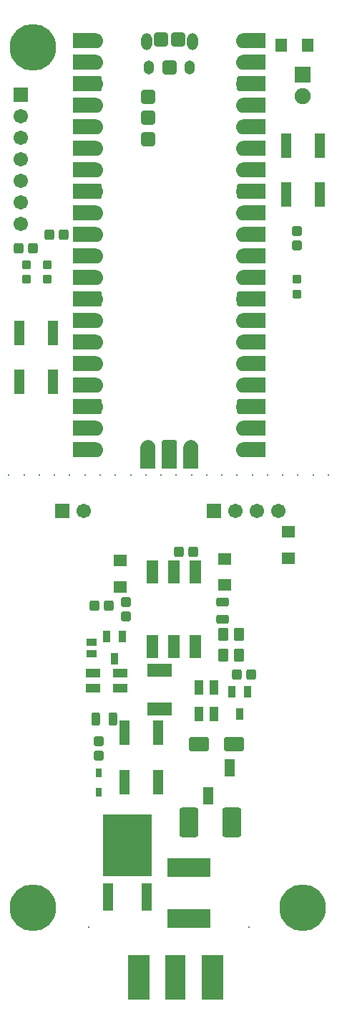
<source format=gts>
G04*
G04 #@! TF.GenerationSoftware,Altium Limited,Altium Designer,21.9.2 (33)*
G04*
G04 Layer_Color=8388736*
%FSLAX25Y25*%
%MOIN*%
G70*
G04*
G04 #@! TF.SameCoordinates,39B9B14E-A64B-4F8B-B52F-0CE4EF318544*
G04*
G04*
G04 #@! TF.FilePolarity,Negative*
G04*
G01*
G75*
%ADD49R,0.05328X0.05918*%
%ADD50O,0.04934X0.06509*%
%ADD51O,0.05131X0.07887*%
G04:AMPARAMS|DCode=52|XSize=67.06mil|YSize=67.06mil|CornerRadius=15.81mil|HoleSize=0mil|Usage=FLASHONLY|Rotation=0.000|XOffset=0mil|YOffset=0mil|HoleType=Round|Shape=RoundedRectangle|*
%AMROUNDEDRECTD52*
21,1,0.06706,0.03543,0,0,0.0*
21,1,0.03543,0.06706,0,0,0.0*
1,1,0.03162,0.01772,-0.01772*
1,1,0.03162,-0.01772,-0.01772*
1,1,0.03162,-0.01772,0.01772*
1,1,0.03162,0.01772,0.01772*
%
%ADD52ROUNDEDRECTD52*%
%ADD53R,0.09816X0.20800*%
%ADD54R,0.10308X0.20800*%
G04:AMPARAMS|DCode=55|XSize=94.61mil|YSize=67.06mil|CornerRadius=11.38mil|HoleSize=0mil|Usage=FLASHONLY|Rotation=0.000|XOffset=0mil|YOffset=0mil|HoleType=Round|Shape=RoundedRectangle|*
%AMROUNDEDRECTD55*
21,1,0.09461,0.04429,0,0,0.0*
21,1,0.07185,0.06706,0,0,0.0*
1,1,0.02276,0.03593,-0.02215*
1,1,0.02276,-0.03593,-0.02215*
1,1,0.02276,-0.03593,0.02215*
1,1,0.02276,0.03593,0.02215*
%
%ADD55ROUNDEDRECTD55*%
%ADD56R,0.04737X0.11824*%
G04:AMPARAMS|DCode=57|XSize=47.37mil|YSize=43.43mil|CornerRadius=8.43mil|HoleSize=0mil|Usage=FLASHONLY|Rotation=90.000|XOffset=0mil|YOffset=0mil|HoleType=Round|Shape=RoundedRectangle|*
%AMROUNDEDRECTD57*
21,1,0.04737,0.02657,0,0,90.0*
21,1,0.03051,0.04343,0,0,90.0*
1,1,0.01686,0.01329,0.01526*
1,1,0.01686,0.01329,-0.01526*
1,1,0.01686,-0.01329,-0.01526*
1,1,0.01686,-0.01329,0.01526*
%
%ADD57ROUNDEDRECTD57*%
G04:AMPARAMS|DCode=58|XSize=39.5mil|YSize=39.5mil|CornerRadius=7.94mil|HoleSize=0mil|Usage=FLASHONLY|Rotation=270.000|XOffset=0mil|YOffset=0mil|HoleType=Round|Shape=RoundedRectangle|*
%AMROUNDEDRECTD58*
21,1,0.03950,0.02362,0,0,270.0*
21,1,0.02362,0.03950,0,0,270.0*
1,1,0.01587,-0.01181,-0.01181*
1,1,0.01587,-0.01181,0.01181*
1,1,0.01587,0.01181,0.01181*
1,1,0.01587,0.01181,-0.01181*
%
%ADD58ROUNDEDRECTD58*%
G04:AMPARAMS|DCode=59|XSize=47.37mil|YSize=43.43mil|CornerRadius=8.43mil|HoleSize=0mil|Usage=FLASHONLY|Rotation=180.000|XOffset=0mil|YOffset=0mil|HoleType=Round|Shape=RoundedRectangle|*
%AMROUNDEDRECTD59*
21,1,0.04737,0.02657,0,0,180.0*
21,1,0.03051,0.04343,0,0,180.0*
1,1,0.01686,-0.01526,0.01329*
1,1,0.01686,0.01526,0.01329*
1,1,0.01686,0.01526,-0.01329*
1,1,0.01686,-0.01526,-0.01329*
%
%ADD59ROUNDEDRECTD59*%
%ADD60R,0.11233X0.05918*%
%ADD61R,0.05918X0.05328*%
G04:AMPARAMS|DCode=62|XSize=59.18mil|YSize=39.5mil|CornerRadius=7.94mil|HoleSize=0mil|Usage=FLASHONLY|Rotation=90.000|XOffset=0mil|YOffset=0mil|HoleType=Round|Shape=RoundedRectangle|*
%AMROUNDEDRECTD62*
21,1,0.05918,0.02362,0,0,90.0*
21,1,0.04331,0.03950,0,0,90.0*
1,1,0.01587,0.01181,0.02165*
1,1,0.01587,0.01181,-0.02165*
1,1,0.01587,-0.01181,-0.02165*
1,1,0.01587,-0.01181,0.02165*
%
%ADD62ROUNDEDRECTD62*%
%ADD63R,0.06706X0.03950*%
%ADD64R,0.03950X0.06706*%
G04:AMPARAMS|DCode=65|XSize=63.12mil|YSize=47.37mil|CornerRadius=8.92mil|HoleSize=0mil|Usage=FLASHONLY|Rotation=90.000|XOffset=0mil|YOffset=0mil|HoleType=Round|Shape=RoundedRectangle|*
%AMROUNDEDRECTD65*
21,1,0.06312,0.02953,0,0,90.0*
21,1,0.04528,0.04737,0,0,90.0*
1,1,0.01784,0.01476,0.02264*
1,1,0.01784,0.01476,-0.02264*
1,1,0.01784,-0.01476,-0.02264*
1,1,0.01784,-0.01476,0.02264*
%
%ADD65ROUNDEDRECTD65*%
%ADD66R,0.20485X0.08674*%
%ADD67R,0.04816X0.08280*%
%ADD68R,0.22650X0.29147*%
%ADD69R,0.04540X0.12611*%
%ADD70R,0.02572X0.04147*%
G04:AMPARAMS|DCode=71|XSize=139.89mil|YSize=88.71mil|CornerRadius=14.09mil|HoleSize=0mil|Usage=FLASHONLY|Rotation=90.000|XOffset=0mil|YOffset=0mil|HoleType=Round|Shape=RoundedRectangle|*
%AMROUNDEDRECTD71*
21,1,0.13989,0.06053,0,0,90.0*
21,1,0.11171,0.08871,0,0,90.0*
1,1,0.02818,0.03027,0.05586*
1,1,0.02818,0.03027,-0.05586*
1,1,0.02818,-0.03027,-0.05586*
1,1,0.02818,-0.03027,0.05586*
%
%ADD71ROUNDEDRECTD71*%
%ADD72R,0.04540X0.03753*%
%ADD73R,0.03359X0.05524*%
G04:AMPARAMS|DCode=74|XSize=59.18mil|YSize=39.5mil|CornerRadius=7.94mil|HoleSize=0mil|Usage=FLASHONLY|Rotation=0.000|XOffset=0mil|YOffset=0mil|HoleType=Round|Shape=RoundedRectangle|*
%AMROUNDEDRECTD74*
21,1,0.05918,0.02362,0,0,0.0*
21,1,0.04331,0.03950,0,0,0.0*
1,1,0.01587,0.02165,-0.01181*
1,1,0.01587,-0.02165,-0.01181*
1,1,0.01587,-0.02165,0.01181*
1,1,0.01587,0.02165,0.01181*
%
%ADD74ROUNDEDRECTD74*%
%ADD75R,0.05800X0.10800*%
%ADD76O,0.08300X0.06800*%
%ADD77C,0.02200*%
%ADD78C,0.21666*%
%ADD79C,0.00800*%
%ADD80R,0.06706X0.06706*%
%ADD81C,0.06706*%
%ADD82R,0.06706X0.06706*%
%ADD83C,0.07493*%
%ADD84R,0.07493X0.07493*%
G36*
X415693Y446642D02*
X405850D01*
X405665Y446647D01*
X405480Y446661D01*
X405296Y446685D01*
X405114Y446719D01*
X404933Y446763D01*
X404755Y446815D01*
X404581Y446877D01*
X404409Y446948D01*
X404242Y447028D01*
X404079Y447116D01*
X403921Y447213D01*
X403768Y447318D01*
X403620Y447431D01*
X403479Y447552D01*
X403345Y447680D01*
X403217Y447814D01*
X403097Y447955D01*
X402984Y448102D01*
X402879Y448255D01*
X402782Y448413D01*
X402693Y448576D01*
X402613Y448744D01*
X402542Y448915D01*
X402481Y449090D01*
X402428Y449268D01*
X402385Y449448D01*
X402351Y449631D01*
X402326Y449815D01*
X402312Y450000D01*
X402307Y450185D01*
X402312Y450371D01*
X402326Y450555D01*
X402351Y450739D01*
X402385Y450922D01*
X402428Y451102D01*
X402481Y451280D01*
X402542Y451455D01*
X402613Y451626D01*
X402693Y451794D01*
X402782Y451957D01*
X402879Y452115D01*
X402984Y452268D01*
X403097Y452415D01*
X403217Y452556D01*
X403345Y452691D01*
X403479Y452818D01*
X403620Y452939D01*
X403768Y453052D01*
X403921Y453157D01*
X404079Y453254D01*
X404242Y453342D01*
X404409Y453422D01*
X404581Y453493D01*
X404755Y453555D01*
X404933Y453608D01*
X405114Y453651D01*
X405296Y453685D01*
X405480Y453709D01*
X405665Y453723D01*
X405850Y453728D01*
X415693D01*
Y446642D01*
D02*
G37*
G36*
X336036Y453723D02*
X336221Y453709D01*
X336405Y453685D01*
X336587Y453651D01*
X336768Y453608D01*
X336945Y453555D01*
X337120Y453493D01*
X337292Y453422D01*
X337459Y453342D01*
X337622Y453254D01*
X337780Y453157D01*
X337933Y453052D01*
X338080Y452939D01*
X338221Y452818D01*
X338356Y452691D01*
X338484Y452556D01*
X338604Y452415D01*
X338717Y452268D01*
X338822Y452115D01*
X338919Y451957D01*
X339007Y451794D01*
X339087Y451626D01*
X339158Y451455D01*
X339220Y451280D01*
X339273Y451102D01*
X339316Y450922D01*
X339350Y450739D01*
X339374Y450555D01*
X339389Y450371D01*
X339394Y450185D01*
X339389Y450000D01*
X339374Y449815D01*
X339350Y449631D01*
X339316Y449448D01*
X339273Y449268D01*
X339220Y449090D01*
X339158Y448915D01*
X339087Y448744D01*
X339007Y448576D01*
X338919Y448413D01*
X338822Y448255D01*
X338717Y448102D01*
X338604Y447955D01*
X338484Y447814D01*
X338356Y447680D01*
X338221Y447552D01*
X338080Y447431D01*
X337933Y447318D01*
X337780Y447213D01*
X337622Y447116D01*
X337459Y447028D01*
X337292Y446948D01*
X337120Y446877D01*
X336945Y446815D01*
X336768Y446763D01*
X336587Y446719D01*
X336405Y446685D01*
X336221Y446661D01*
X336036Y446647D01*
X335850Y446642D01*
X326008D01*
Y453728D01*
X335850D01*
X336036Y453723D01*
D02*
G37*
G36*
X415693Y436642D02*
X403488D01*
X403426Y436643D01*
X403365Y436648D01*
X403303Y436656D01*
X403243Y436667D01*
X403183Y436682D01*
X403123Y436699D01*
X403065Y436720D01*
X403008Y436744D01*
X402952Y436770D01*
X402898Y436800D01*
X402845Y436832D01*
X402794Y436867D01*
X402745Y436905D01*
X402698Y436945D01*
X402653Y436988D01*
X402610Y437033D01*
X402570Y437079D01*
X402533Y437129D01*
X402498Y437180D01*
X402465Y437232D01*
X402436Y437287D01*
X402409Y437342D01*
X402386Y437400D01*
X402365Y437458D01*
X402347Y437517D01*
X402333Y437577D01*
X402322Y437638D01*
X402314Y437699D01*
X402309Y437761D01*
X402307Y437823D01*
Y442547D01*
X402309Y442609D01*
X402314Y442671D01*
X402322Y442732D01*
X402333Y442793D01*
X402347Y442853D01*
X402365Y442912D01*
X402386Y442971D01*
X402409Y443028D01*
X402436Y443083D01*
X402465Y443138D01*
X402498Y443190D01*
X402533Y443242D01*
X402570Y443291D01*
X402610Y443338D01*
X402653Y443382D01*
X402698Y443425D01*
X402745Y443465D01*
X402794Y443503D01*
X402845Y443538D01*
X402898Y443570D01*
X402952Y443600D01*
X403008Y443626D01*
X403065Y443650D01*
X403123Y443671D01*
X403183Y443688D01*
X403243Y443703D01*
X403303Y443714D01*
X403365Y443722D01*
X403426Y443727D01*
X403488Y443728D01*
X415693D01*
Y436642D01*
D02*
G37*
G36*
X338274Y443727D02*
X338336Y443722D01*
X338397Y443714D01*
X338458Y443703D01*
X338518Y443688D01*
X338578Y443671D01*
X338636Y443650D01*
X338693Y443626D01*
X338749Y443600D01*
X338803Y443570D01*
X338856Y443538D01*
X338907Y443503D01*
X338956Y443465D01*
X339003Y443425D01*
X339048Y443382D01*
X339090Y443338D01*
X339130Y443291D01*
X339168Y443242D01*
X339203Y443190D01*
X339235Y443138D01*
X339265Y443083D01*
X339292Y443028D01*
X339315Y442971D01*
X339336Y442912D01*
X339353Y442853D01*
X339368Y442793D01*
X339379Y442732D01*
X339387Y442671D01*
X339392Y442609D01*
X339394Y442547D01*
Y437823D01*
X339392Y437761D01*
X339387Y437699D01*
X339379Y437638D01*
X339368Y437577D01*
X339353Y437517D01*
X339336Y437458D01*
X339315Y437400D01*
X339292Y437342D01*
X339265Y437287D01*
X339235Y437232D01*
X339203Y437180D01*
X339168Y437129D01*
X339130Y437079D01*
X339090Y437033D01*
X339048Y436988D01*
X339003Y436945D01*
X338956Y436905D01*
X338907Y436867D01*
X338856Y436832D01*
X338803Y436800D01*
X338749Y436770D01*
X338693Y436744D01*
X338636Y436720D01*
X338578Y436699D01*
X338518Y436682D01*
X338458Y436667D01*
X338397Y436656D01*
X338336Y436648D01*
X338274Y436643D01*
X338213Y436642D01*
X326008D01*
Y443728D01*
X338213D01*
X338274Y443727D01*
D02*
G37*
G36*
X415693Y426642D02*
X405850D01*
X405665Y426647D01*
X405480Y426661D01*
X405296Y426685D01*
X405114Y426719D01*
X404933Y426762D01*
X404755Y426815D01*
X404581Y426877D01*
X404409Y426948D01*
X404242Y427028D01*
X404079Y427116D01*
X403921Y427213D01*
X403768Y427318D01*
X403620Y427431D01*
X403479Y427552D01*
X403345Y427679D01*
X403217Y427814D01*
X403097Y427955D01*
X402984Y428102D01*
X402879Y428255D01*
X402782Y428413D01*
X402693Y428576D01*
X402613Y428744D01*
X402542Y428915D01*
X402481Y429090D01*
X402428Y429268D01*
X402385Y429448D01*
X402351Y429631D01*
X402326Y429815D01*
X402312Y430000D01*
X402307Y430185D01*
X402312Y430371D01*
X402326Y430555D01*
X402351Y430739D01*
X402385Y430922D01*
X402428Y431102D01*
X402481Y431280D01*
X402542Y431455D01*
X402613Y431626D01*
X402693Y431794D01*
X402782Y431957D01*
X402879Y432115D01*
X402984Y432268D01*
X403097Y432415D01*
X403217Y432556D01*
X403345Y432690D01*
X403479Y432818D01*
X403620Y432939D01*
X403768Y433052D01*
X403921Y433157D01*
X404079Y433254D01*
X404242Y433342D01*
X404409Y433422D01*
X404581Y433493D01*
X404755Y433555D01*
X404933Y433608D01*
X405114Y433651D01*
X405296Y433685D01*
X405480Y433709D01*
X405665Y433723D01*
X405850Y433728D01*
X415693D01*
Y426642D01*
D02*
G37*
G36*
X336036Y433723D02*
X336221Y433709D01*
X336405Y433685D01*
X336587Y433651D01*
X336768Y433608D01*
X336945Y433555D01*
X337120Y433493D01*
X337292Y433422D01*
X337459Y433342D01*
X337622Y433254D01*
X337780Y433157D01*
X337933Y433052D01*
X338080Y432939D01*
X338221Y432818D01*
X338356Y432690D01*
X338484Y432556D01*
X338604Y432415D01*
X338717Y432268D01*
X338822Y432115D01*
X338919Y431957D01*
X339007Y431794D01*
X339087Y431626D01*
X339158Y431455D01*
X339220Y431280D01*
X339273Y431102D01*
X339316Y430922D01*
X339350Y430739D01*
X339374Y430555D01*
X339389Y430371D01*
X339394Y430185D01*
X339389Y430000D01*
X339374Y429815D01*
X339350Y429631D01*
X339316Y429448D01*
X339273Y429268D01*
X339220Y429090D01*
X339158Y428915D01*
X339087Y428744D01*
X339007Y428576D01*
X338919Y428413D01*
X338822Y428255D01*
X338717Y428102D01*
X338604Y427955D01*
X338484Y427814D01*
X338356Y427679D01*
X338221Y427552D01*
X338080Y427431D01*
X337933Y427318D01*
X337780Y427213D01*
X337622Y427116D01*
X337459Y427028D01*
X337292Y426948D01*
X337120Y426877D01*
X336945Y426815D01*
X336768Y426762D01*
X336587Y426719D01*
X336405Y426685D01*
X336221Y426661D01*
X336036Y426647D01*
X335850Y426642D01*
X326008D01*
Y433728D01*
X335850D01*
X336036Y433723D01*
D02*
G37*
G36*
X415693Y416642D02*
X405850D01*
X405665Y416647D01*
X405480Y416661D01*
X405296Y416685D01*
X405114Y416719D01*
X404933Y416762D01*
X404755Y416815D01*
X404581Y416877D01*
X404409Y416948D01*
X404242Y417028D01*
X404079Y417116D01*
X403921Y417213D01*
X403768Y417318D01*
X403620Y417431D01*
X403479Y417552D01*
X403345Y417680D01*
X403217Y417814D01*
X403097Y417955D01*
X402984Y418102D01*
X402879Y418255D01*
X402782Y418413D01*
X402693Y418576D01*
X402613Y418744D01*
X402542Y418915D01*
X402481Y419090D01*
X402428Y419268D01*
X402385Y419448D01*
X402351Y419631D01*
X402326Y419815D01*
X402312Y420000D01*
X402307Y420185D01*
X402312Y420370D01*
X402326Y420555D01*
X402351Y420739D01*
X402385Y420922D01*
X402428Y421102D01*
X402481Y421280D01*
X402542Y421455D01*
X402613Y421626D01*
X402693Y421794D01*
X402782Y421957D01*
X402879Y422115D01*
X402984Y422268D01*
X403097Y422415D01*
X403217Y422556D01*
X403345Y422690D01*
X403479Y422818D01*
X403620Y422939D01*
X403768Y423052D01*
X403921Y423157D01*
X404079Y423254D01*
X404242Y423342D01*
X404409Y423422D01*
X404581Y423493D01*
X404755Y423555D01*
X404933Y423608D01*
X405114Y423651D01*
X405296Y423685D01*
X405480Y423709D01*
X405665Y423724D01*
X405850Y423728D01*
X415693D01*
Y416642D01*
D02*
G37*
G36*
X336036Y423724D02*
X336221Y423709D01*
X336405Y423685D01*
X336587Y423651D01*
X336768Y423608D01*
X336945Y423555D01*
X337120Y423493D01*
X337292Y423422D01*
X337459Y423342D01*
X337622Y423254D01*
X337780Y423157D01*
X337933Y423052D01*
X338080Y422939D01*
X338221Y422818D01*
X338356Y422690D01*
X338484Y422556D01*
X338604Y422415D01*
X338717Y422268D01*
X338822Y422115D01*
X338919Y421957D01*
X339007Y421794D01*
X339087Y421626D01*
X339158Y421455D01*
X339220Y421280D01*
X339273Y421102D01*
X339316Y420922D01*
X339350Y420739D01*
X339374Y420555D01*
X339389Y420370D01*
X339394Y420185D01*
X339389Y420000D01*
X339374Y419815D01*
X339350Y419631D01*
X339316Y419448D01*
X339273Y419268D01*
X339220Y419090D01*
X339158Y418915D01*
X339087Y418744D01*
X339007Y418576D01*
X338919Y418413D01*
X338822Y418255D01*
X338717Y418102D01*
X338604Y417955D01*
X338484Y417814D01*
X338356Y417680D01*
X338221Y417552D01*
X338080Y417431D01*
X337933Y417318D01*
X337780Y417213D01*
X337622Y417116D01*
X337459Y417028D01*
X337292Y416948D01*
X337120Y416877D01*
X336945Y416815D01*
X336768Y416762D01*
X336587Y416719D01*
X336405Y416685D01*
X336221Y416661D01*
X336036Y416647D01*
X335850Y416642D01*
X326008D01*
Y423728D01*
X335850D01*
X336036Y423724D01*
D02*
G37*
G36*
X415693Y406642D02*
X405850D01*
X405665Y406647D01*
X405480Y406661D01*
X405296Y406685D01*
X405114Y406719D01*
X404933Y406763D01*
X404755Y406815D01*
X404581Y406877D01*
X404409Y406948D01*
X404242Y407028D01*
X404079Y407116D01*
X403921Y407213D01*
X403768Y407318D01*
X403620Y407431D01*
X403479Y407552D01*
X403345Y407680D01*
X403217Y407814D01*
X403097Y407955D01*
X402984Y408102D01*
X402879Y408255D01*
X402782Y408413D01*
X402693Y408576D01*
X402613Y408744D01*
X402542Y408915D01*
X402481Y409090D01*
X402428Y409268D01*
X402385Y409448D01*
X402351Y409631D01*
X402326Y409815D01*
X402312Y410000D01*
X402307Y410185D01*
X402312Y410370D01*
X402326Y410555D01*
X402351Y410739D01*
X402385Y410922D01*
X402428Y411102D01*
X402481Y411280D01*
X402542Y411455D01*
X402613Y411626D01*
X402693Y411794D01*
X402782Y411957D01*
X402879Y412115D01*
X402984Y412268D01*
X403097Y412415D01*
X403217Y412556D01*
X403345Y412690D01*
X403479Y412818D01*
X403620Y412939D01*
X403768Y413052D01*
X403921Y413157D01*
X404079Y413254D01*
X404242Y413342D01*
X404409Y413422D01*
X404581Y413493D01*
X404755Y413555D01*
X404933Y413608D01*
X405114Y413651D01*
X405296Y413685D01*
X405480Y413709D01*
X405665Y413724D01*
X405850Y413728D01*
X415693D01*
Y406642D01*
D02*
G37*
G36*
X336036Y413724D02*
X336221Y413709D01*
X336405Y413685D01*
X336587Y413651D01*
X336768Y413608D01*
X336945Y413555D01*
X337120Y413493D01*
X337292Y413422D01*
X337459Y413342D01*
X337622Y413254D01*
X337780Y413157D01*
X337933Y413052D01*
X338080Y412939D01*
X338221Y412818D01*
X338356Y412690D01*
X338484Y412556D01*
X338604Y412415D01*
X338717Y412268D01*
X338822Y412115D01*
X338919Y411957D01*
X339007Y411794D01*
X339087Y411626D01*
X339158Y411455D01*
X339220Y411280D01*
X339273Y411102D01*
X339316Y410922D01*
X339350Y410739D01*
X339374Y410555D01*
X339389Y410370D01*
X339394Y410185D01*
X339389Y410000D01*
X339374Y409815D01*
X339350Y409631D01*
X339316Y409448D01*
X339273Y409268D01*
X339220Y409090D01*
X339158Y408915D01*
X339087Y408744D01*
X339007Y408576D01*
X338919Y408413D01*
X338822Y408255D01*
X338717Y408102D01*
X338604Y407955D01*
X338484Y407814D01*
X338356Y407680D01*
X338221Y407552D01*
X338080Y407431D01*
X337933Y407318D01*
X337780Y407213D01*
X337622Y407116D01*
X337459Y407028D01*
X337292Y406948D01*
X337120Y406877D01*
X336945Y406815D01*
X336768Y406763D01*
X336587Y406719D01*
X336405Y406685D01*
X336221Y406661D01*
X336036Y406647D01*
X335850Y406642D01*
X326008D01*
Y413728D01*
X335850D01*
X336036Y413724D01*
D02*
G37*
G36*
X415693Y396642D02*
X405850D01*
X405665Y396647D01*
X405480Y396661D01*
X405296Y396685D01*
X405114Y396719D01*
X404933Y396762D01*
X404755Y396815D01*
X404581Y396877D01*
X404409Y396948D01*
X404242Y397028D01*
X404079Y397116D01*
X403921Y397213D01*
X403768Y397318D01*
X403620Y397431D01*
X403479Y397552D01*
X403345Y397679D01*
X403217Y397814D01*
X403097Y397955D01*
X402984Y398102D01*
X402879Y398255D01*
X402782Y398413D01*
X402693Y398576D01*
X402613Y398744D01*
X402542Y398915D01*
X402481Y399090D01*
X402428Y399268D01*
X402385Y399448D01*
X402351Y399631D01*
X402326Y399815D01*
X402312Y400000D01*
X402307Y400185D01*
X402312Y400371D01*
X402326Y400555D01*
X402351Y400739D01*
X402385Y400922D01*
X402428Y401102D01*
X402481Y401280D01*
X402542Y401455D01*
X402613Y401626D01*
X402693Y401794D01*
X402782Y401957D01*
X402879Y402115D01*
X402984Y402268D01*
X403097Y402415D01*
X403217Y402556D01*
X403345Y402691D01*
X403479Y402818D01*
X403620Y402939D01*
X403768Y403052D01*
X403921Y403157D01*
X404079Y403254D01*
X404242Y403342D01*
X404409Y403422D01*
X404581Y403493D01*
X404755Y403555D01*
X404933Y403608D01*
X405114Y403651D01*
X405296Y403685D01*
X405480Y403709D01*
X405665Y403723D01*
X405850Y403728D01*
X415693D01*
Y396642D01*
D02*
G37*
G36*
X336036Y403723D02*
X336221Y403709D01*
X336405Y403685D01*
X336587Y403651D01*
X336768Y403608D01*
X336945Y403555D01*
X337120Y403493D01*
X337292Y403422D01*
X337459Y403342D01*
X337622Y403254D01*
X337780Y403157D01*
X337933Y403052D01*
X338080Y402939D01*
X338221Y402818D01*
X338356Y402691D01*
X338484Y402556D01*
X338604Y402415D01*
X338717Y402268D01*
X338822Y402115D01*
X338919Y401957D01*
X339007Y401794D01*
X339087Y401626D01*
X339158Y401455D01*
X339220Y401280D01*
X339273Y401102D01*
X339316Y400922D01*
X339350Y400739D01*
X339374Y400555D01*
X339389Y400371D01*
X339394Y400185D01*
X339389Y400000D01*
X339374Y399815D01*
X339350Y399631D01*
X339316Y399448D01*
X339273Y399268D01*
X339220Y399090D01*
X339158Y398915D01*
X339087Y398744D01*
X339007Y398576D01*
X338919Y398413D01*
X338822Y398255D01*
X338717Y398102D01*
X338604Y397955D01*
X338484Y397814D01*
X338356Y397679D01*
X338221Y397552D01*
X338080Y397431D01*
X337933Y397318D01*
X337780Y397213D01*
X337622Y397116D01*
X337459Y397028D01*
X337292Y396948D01*
X337120Y396877D01*
X336945Y396815D01*
X336768Y396762D01*
X336587Y396719D01*
X336405Y396685D01*
X336221Y396661D01*
X336036Y396647D01*
X335850Y396642D01*
X326008D01*
Y403728D01*
X335850D01*
X336036Y403723D01*
D02*
G37*
G36*
X415693Y386642D02*
X403488D01*
X403426Y386643D01*
X403365Y386648D01*
X403303Y386656D01*
X403243Y386667D01*
X403183Y386682D01*
X403123Y386700D01*
X403065Y386720D01*
X403008Y386744D01*
X402952Y386771D01*
X402898Y386800D01*
X402845Y386832D01*
X402794Y386867D01*
X402745Y386905D01*
X402698Y386945D01*
X402653Y386988D01*
X402610Y387033D01*
X402570Y387080D01*
X402533Y387129D01*
X402498Y387180D01*
X402465Y387232D01*
X402436Y387287D01*
X402409Y387342D01*
X402386Y387400D01*
X402365Y387458D01*
X402347Y387517D01*
X402333Y387577D01*
X402322Y387638D01*
X402314Y387699D01*
X402309Y387761D01*
X402307Y387823D01*
Y392547D01*
X402309Y392609D01*
X402314Y392671D01*
X402322Y392732D01*
X402333Y392793D01*
X402347Y392853D01*
X402365Y392912D01*
X402386Y392970D01*
X402409Y393028D01*
X402436Y393083D01*
X402465Y393138D01*
X402498Y393191D01*
X402533Y393242D01*
X402570Y393290D01*
X402610Y393338D01*
X402653Y393382D01*
X402698Y393425D01*
X402745Y393465D01*
X402794Y393503D01*
X402845Y393538D01*
X402898Y393570D01*
X402952Y393600D01*
X403008Y393626D01*
X403065Y393650D01*
X403123Y393671D01*
X403183Y393688D01*
X403243Y393703D01*
X403303Y393714D01*
X403365Y393722D01*
X403426Y393727D01*
X403488Y393728D01*
X415693D01*
Y386642D01*
D02*
G37*
G36*
X338274Y393727D02*
X338336Y393722D01*
X338397Y393714D01*
X338458Y393703D01*
X338518Y393688D01*
X338578Y393671D01*
X338636Y393650D01*
X338693Y393626D01*
X338749Y393600D01*
X338803Y393570D01*
X338856Y393538D01*
X338907Y393503D01*
X338956Y393465D01*
X339003Y393425D01*
X339048Y393382D01*
X339090Y393338D01*
X339130Y393290D01*
X339168Y393242D01*
X339203Y393191D01*
X339235Y393138D01*
X339265Y393083D01*
X339292Y393028D01*
X339315Y392970D01*
X339336Y392912D01*
X339353Y392853D01*
X339368Y392793D01*
X339379Y392732D01*
X339387Y392671D01*
X339392Y392609D01*
X339394Y392547D01*
Y387823D01*
X339392Y387761D01*
X339387Y387699D01*
X339379Y387638D01*
X339368Y387577D01*
X339353Y387517D01*
X339336Y387458D01*
X339315Y387400D01*
X339292Y387342D01*
X339265Y387287D01*
X339235Y387232D01*
X339203Y387180D01*
X339168Y387129D01*
X339130Y387080D01*
X339090Y387033D01*
X339048Y386988D01*
X339003Y386945D01*
X338956Y386905D01*
X338907Y386867D01*
X338856Y386832D01*
X338803Y386800D01*
X338749Y386771D01*
X338693Y386744D01*
X338636Y386720D01*
X338578Y386700D01*
X338518Y386682D01*
X338458Y386667D01*
X338397Y386656D01*
X338336Y386648D01*
X338274Y386643D01*
X338213Y386642D01*
X326008D01*
Y393728D01*
X338213D01*
X338274Y393727D01*
D02*
G37*
G36*
X415693Y376642D02*
X405850D01*
X405665Y376647D01*
X405480Y376661D01*
X405296Y376685D01*
X405114Y376719D01*
X404933Y376763D01*
X404755Y376815D01*
X404581Y376877D01*
X404409Y376948D01*
X404242Y377028D01*
X404079Y377116D01*
X403921Y377213D01*
X403768Y377318D01*
X403620Y377431D01*
X403479Y377552D01*
X403345Y377679D01*
X403217Y377814D01*
X403097Y377955D01*
X402984Y378102D01*
X402879Y378255D01*
X402782Y378413D01*
X402693Y378576D01*
X402613Y378744D01*
X402542Y378915D01*
X402481Y379090D01*
X402428Y379268D01*
X402385Y379448D01*
X402351Y379631D01*
X402326Y379815D01*
X402312Y380000D01*
X402307Y380185D01*
X402312Y380370D01*
X402326Y380555D01*
X402351Y380739D01*
X402385Y380922D01*
X402428Y381102D01*
X402481Y381280D01*
X402542Y381455D01*
X402613Y381626D01*
X402693Y381794D01*
X402782Y381957D01*
X402879Y382115D01*
X402984Y382268D01*
X403097Y382415D01*
X403217Y382556D01*
X403345Y382691D01*
X403479Y382818D01*
X403620Y382939D01*
X403768Y383052D01*
X403921Y383157D01*
X404079Y383254D01*
X404242Y383342D01*
X404409Y383422D01*
X404581Y383493D01*
X404755Y383555D01*
X404933Y383608D01*
X405114Y383651D01*
X405296Y383685D01*
X405480Y383709D01*
X405665Y383723D01*
X405850Y383728D01*
X415693D01*
Y376642D01*
D02*
G37*
G36*
X336036Y383723D02*
X336221Y383709D01*
X336405Y383685D01*
X336587Y383651D01*
X336768Y383608D01*
X336945Y383555D01*
X337120Y383493D01*
X337292Y383422D01*
X337459Y383342D01*
X337622Y383254D01*
X337780Y383157D01*
X337933Y383052D01*
X338080Y382939D01*
X338221Y382818D01*
X338356Y382691D01*
X338484Y382556D01*
X338604Y382415D01*
X338717Y382268D01*
X338822Y382115D01*
X338919Y381957D01*
X339007Y381794D01*
X339087Y381626D01*
X339158Y381455D01*
X339220Y381280D01*
X339273Y381102D01*
X339316Y380922D01*
X339350Y380739D01*
X339374Y380555D01*
X339389Y380370D01*
X339394Y380185D01*
X339389Y380000D01*
X339374Y379815D01*
X339350Y379631D01*
X339316Y379448D01*
X339273Y379268D01*
X339220Y379090D01*
X339158Y378915D01*
X339087Y378744D01*
X339007Y378576D01*
X338919Y378413D01*
X338822Y378255D01*
X338717Y378102D01*
X338604Y377955D01*
X338484Y377814D01*
X338356Y377679D01*
X338221Y377552D01*
X338080Y377431D01*
X337933Y377318D01*
X337780Y377213D01*
X337622Y377116D01*
X337459Y377028D01*
X337292Y376948D01*
X337120Y376877D01*
X336945Y376815D01*
X336768Y376763D01*
X336587Y376719D01*
X336405Y376685D01*
X336221Y376661D01*
X336036Y376647D01*
X335850Y376642D01*
X326008D01*
Y383728D01*
X335850D01*
X336036Y383723D01*
D02*
G37*
G36*
X415693Y366642D02*
X405850D01*
X405665Y366647D01*
X405480Y366661D01*
X405296Y366685D01*
X405114Y366719D01*
X404933Y366762D01*
X404755Y366815D01*
X404581Y366877D01*
X404409Y366948D01*
X404242Y367028D01*
X404079Y367116D01*
X403921Y367213D01*
X403768Y367318D01*
X403620Y367431D01*
X403479Y367552D01*
X403345Y367680D01*
X403217Y367814D01*
X403097Y367955D01*
X402984Y368102D01*
X402879Y368255D01*
X402782Y368413D01*
X402693Y368576D01*
X402613Y368744D01*
X402542Y368915D01*
X402481Y369090D01*
X402428Y369268D01*
X402385Y369448D01*
X402351Y369631D01*
X402326Y369815D01*
X402312Y370000D01*
X402307Y370185D01*
X402312Y370371D01*
X402326Y370555D01*
X402351Y370739D01*
X402385Y370922D01*
X402428Y371102D01*
X402481Y371280D01*
X402542Y371455D01*
X402613Y371626D01*
X402693Y371794D01*
X402782Y371957D01*
X402879Y372115D01*
X402984Y372268D01*
X403097Y372415D01*
X403217Y372556D01*
X403345Y372691D01*
X403479Y372818D01*
X403620Y372939D01*
X403768Y373052D01*
X403921Y373157D01*
X404079Y373254D01*
X404242Y373342D01*
X404409Y373422D01*
X404581Y373493D01*
X404755Y373555D01*
X404933Y373608D01*
X405114Y373651D01*
X405296Y373685D01*
X405480Y373709D01*
X405665Y373724D01*
X405850Y373728D01*
X415693D01*
Y366642D01*
D02*
G37*
G36*
X336036Y373724D02*
X336221Y373709D01*
X336405Y373685D01*
X336587Y373651D01*
X336768Y373608D01*
X336945Y373555D01*
X337120Y373493D01*
X337292Y373422D01*
X337459Y373342D01*
X337622Y373254D01*
X337780Y373157D01*
X337933Y373052D01*
X338080Y372939D01*
X338221Y372818D01*
X338356Y372691D01*
X338484Y372556D01*
X338604Y372415D01*
X338717Y372268D01*
X338822Y372115D01*
X338919Y371957D01*
X339007Y371794D01*
X339087Y371626D01*
X339158Y371455D01*
X339220Y371280D01*
X339273Y371102D01*
X339316Y370922D01*
X339350Y370739D01*
X339374Y370555D01*
X339389Y370371D01*
X339394Y370185D01*
X339389Y370000D01*
X339374Y369815D01*
X339350Y369631D01*
X339316Y369448D01*
X339273Y369268D01*
X339220Y369090D01*
X339158Y368915D01*
X339087Y368744D01*
X339007Y368576D01*
X338919Y368413D01*
X338822Y368255D01*
X338717Y368102D01*
X338604Y367955D01*
X338484Y367814D01*
X338356Y367680D01*
X338221Y367552D01*
X338080Y367431D01*
X337933Y367318D01*
X337780Y367213D01*
X337622Y367116D01*
X337459Y367028D01*
X337292Y366948D01*
X337120Y366877D01*
X336945Y366815D01*
X336768Y366762D01*
X336587Y366719D01*
X336405Y366685D01*
X336221Y366661D01*
X336036Y366647D01*
X335850Y366642D01*
X326008D01*
Y373728D01*
X335850D01*
X336036Y373724D01*
D02*
G37*
G36*
X381036Y374629D02*
X381221Y374614D01*
X381405Y374590D01*
X381587Y374556D01*
X381768Y374513D01*
X381945Y374460D01*
X382120Y374398D01*
X382292Y374327D01*
X382459Y374248D01*
X382622Y374159D01*
X382780Y374062D01*
X382933Y373957D01*
X383080Y373844D01*
X383221Y373724D01*
X383356Y373596D01*
X383484Y373462D01*
X383604Y373320D01*
X383717Y373173D01*
X383822Y373020D01*
X383919Y372862D01*
X384008Y372699D01*
X384087Y372532D01*
X384158Y372360D01*
X384220Y372185D01*
X384273Y372008D01*
X384316Y371827D01*
X384350Y371645D01*
X384374Y371461D01*
X384389Y371276D01*
X384394Y371091D01*
Y361248D01*
X377307D01*
Y371091D01*
X377312Y371276D01*
X377326Y371461D01*
X377351Y371645D01*
X377384Y371827D01*
X377428Y372008D01*
X377481Y372185D01*
X377542Y372360D01*
X377613Y372532D01*
X377693Y372699D01*
X377782Y372862D01*
X377879Y373020D01*
X377984Y373173D01*
X378097Y373320D01*
X378217Y373462D01*
X378345Y373596D01*
X378479Y373724D01*
X378621Y373844D01*
X378768Y373957D01*
X378921Y374062D01*
X379079Y374159D01*
X379242Y374248D01*
X379409Y374327D01*
X379581Y374398D01*
X379755Y374460D01*
X379933Y374513D01*
X380114Y374556D01*
X380296Y374590D01*
X380480Y374614D01*
X380665Y374629D01*
X380850Y374634D01*
X381036Y374629D01*
D02*
G37*
G36*
X373274Y374632D02*
X373336Y374627D01*
X373397Y374619D01*
X373458Y374608D01*
X373518Y374594D01*
X373578Y374576D01*
X373636Y374555D01*
X373693Y374532D01*
X373749Y374505D01*
X373803Y374476D01*
X373856Y374443D01*
X373907Y374408D01*
X373956Y374371D01*
X374003Y374330D01*
X374048Y374288D01*
X374090Y374243D01*
X374131Y374196D01*
X374168Y374147D01*
X374203Y374096D01*
X374236Y374043D01*
X374265Y373989D01*
X374292Y373933D01*
X374315Y373876D01*
X374336Y373818D01*
X374354Y373758D01*
X374368Y373698D01*
X374379Y373638D01*
X374387Y373576D01*
X374392Y373515D01*
X374394Y373453D01*
Y361248D01*
X367307D01*
Y373453D01*
X367309Y373515D01*
X367314Y373576D01*
X367322Y373638D01*
X367333Y373698D01*
X367347Y373758D01*
X367365Y373818D01*
X367386Y373876D01*
X367409Y373933D01*
X367436Y373989D01*
X367465Y374043D01*
X367498Y374096D01*
X367533Y374147D01*
X367570Y374196D01*
X367611Y374243D01*
X367653Y374288D01*
X367698Y374330D01*
X367745Y374371D01*
X367794Y374408D01*
X367845Y374443D01*
X367898Y374476D01*
X367952Y374505D01*
X368008Y374532D01*
X368065Y374555D01*
X368123Y374576D01*
X368182Y374594D01*
X368243Y374608D01*
X368303Y374619D01*
X368365Y374627D01*
X368426Y374632D01*
X368488Y374634D01*
X373213D01*
X373274Y374632D01*
D02*
G37*
G36*
X361036Y374629D02*
X361221Y374614D01*
X361405Y374590D01*
X361587Y374556D01*
X361768Y374513D01*
X361945Y374460D01*
X362120Y374398D01*
X362292Y374327D01*
X362459Y374248D01*
X362622Y374159D01*
X362780Y374062D01*
X362933Y373957D01*
X363080Y373844D01*
X363221Y373724D01*
X363356Y373596D01*
X363484Y373462D01*
X363604Y373320D01*
X363717Y373173D01*
X363822Y373020D01*
X363919Y372862D01*
X364007Y372699D01*
X364087Y372532D01*
X364158Y372360D01*
X364220Y372185D01*
X364273Y372008D01*
X364316Y371827D01*
X364350Y371645D01*
X364374Y371461D01*
X364389Y371276D01*
X364394Y371091D01*
Y361248D01*
X357307D01*
Y371091D01*
X357312Y371276D01*
X357327Y371461D01*
X357351Y371645D01*
X357384Y371827D01*
X357428Y372008D01*
X357481Y372185D01*
X357542Y372360D01*
X357613Y372532D01*
X357693Y372699D01*
X357782Y372862D01*
X357879Y373020D01*
X357984Y373173D01*
X358097Y373320D01*
X358217Y373462D01*
X358345Y373596D01*
X358479Y373724D01*
X358621Y373844D01*
X358768Y373957D01*
X358921Y374062D01*
X359079Y374159D01*
X359242Y374248D01*
X359409Y374327D01*
X359581Y374398D01*
X359755Y374460D01*
X359933Y374513D01*
X360114Y374556D01*
X360296Y374590D01*
X360480Y374614D01*
X360665Y374629D01*
X360850Y374634D01*
X361036Y374629D01*
D02*
G37*
G36*
X415693Y556642D02*
X405850D01*
X405665Y556647D01*
X405480Y556661D01*
X405296Y556685D01*
X405114Y556719D01*
X404933Y556763D01*
X404755Y556815D01*
X404581Y556877D01*
X404409Y556948D01*
X404242Y557028D01*
X404079Y557116D01*
X403921Y557213D01*
X403768Y557318D01*
X403620Y557431D01*
X403479Y557552D01*
X403345Y557680D01*
X403217Y557814D01*
X403097Y557955D01*
X402984Y558102D01*
X402879Y558255D01*
X402782Y558413D01*
X402693Y558576D01*
X402613Y558744D01*
X402542Y558915D01*
X402481Y559090D01*
X402428Y559268D01*
X402385Y559448D01*
X402351Y559631D01*
X402326Y559815D01*
X402312Y560000D01*
X402307Y560185D01*
X402312Y560370D01*
X402326Y560555D01*
X402351Y560739D01*
X402385Y560922D01*
X402428Y561102D01*
X402481Y561280D01*
X402542Y561455D01*
X402613Y561626D01*
X402693Y561794D01*
X402782Y561957D01*
X402879Y562115D01*
X402984Y562268D01*
X403097Y562415D01*
X403217Y562556D01*
X403345Y562690D01*
X403479Y562818D01*
X403620Y562939D01*
X403768Y563052D01*
X403921Y563157D01*
X404079Y563254D01*
X404242Y563342D01*
X404409Y563422D01*
X404581Y563493D01*
X404755Y563555D01*
X404933Y563608D01*
X405114Y563651D01*
X405296Y563685D01*
X405480Y563709D01*
X405665Y563724D01*
X405850Y563728D01*
X415693D01*
Y556642D01*
D02*
G37*
G36*
X336036Y563724D02*
X336221Y563709D01*
X336405Y563685D01*
X336587Y563651D01*
X336768Y563608D01*
X336945Y563555D01*
X337120Y563493D01*
X337292Y563422D01*
X337459Y563342D01*
X337622Y563254D01*
X337780Y563157D01*
X337933Y563052D01*
X338080Y562939D01*
X338221Y562818D01*
X338356Y562690D01*
X338484Y562556D01*
X338604Y562415D01*
X338717Y562268D01*
X338822Y562115D01*
X338919Y561957D01*
X339007Y561794D01*
X339087Y561626D01*
X339158Y561455D01*
X339220Y561280D01*
X339273Y561102D01*
X339316Y560922D01*
X339350Y560739D01*
X339374Y560555D01*
X339389Y560370D01*
X339394Y560185D01*
X339389Y560000D01*
X339374Y559815D01*
X339350Y559631D01*
X339316Y559448D01*
X339273Y559268D01*
X339220Y559090D01*
X339158Y558915D01*
X339087Y558744D01*
X339007Y558576D01*
X338919Y558413D01*
X338822Y558255D01*
X338717Y558102D01*
X338604Y557955D01*
X338484Y557814D01*
X338356Y557680D01*
X338221Y557552D01*
X338080Y557431D01*
X337933Y557318D01*
X337780Y557213D01*
X337622Y557116D01*
X337459Y557028D01*
X337292Y556948D01*
X337120Y556877D01*
X336945Y556815D01*
X336768Y556763D01*
X336587Y556719D01*
X336405Y556685D01*
X336221Y556661D01*
X336036Y556647D01*
X335850Y556642D01*
X326008D01*
Y563728D01*
X335850D01*
X336036Y563724D01*
D02*
G37*
G36*
X415693Y546642D02*
X405850D01*
X405665Y546647D01*
X405480Y546661D01*
X405296Y546685D01*
X405114Y546719D01*
X404933Y546763D01*
X404755Y546815D01*
X404581Y546877D01*
X404409Y546948D01*
X404242Y547028D01*
X404079Y547116D01*
X403921Y547213D01*
X403768Y547318D01*
X403620Y547431D01*
X403479Y547552D01*
X403345Y547680D01*
X403217Y547814D01*
X403097Y547955D01*
X402984Y548102D01*
X402879Y548255D01*
X402782Y548413D01*
X402693Y548576D01*
X402613Y548744D01*
X402542Y548915D01*
X402481Y549090D01*
X402428Y549268D01*
X402385Y549448D01*
X402351Y549631D01*
X402326Y549815D01*
X402312Y550000D01*
X402307Y550185D01*
X402312Y550371D01*
X402326Y550555D01*
X402351Y550739D01*
X402385Y550922D01*
X402428Y551102D01*
X402481Y551280D01*
X402542Y551455D01*
X402613Y551626D01*
X402693Y551794D01*
X402782Y551957D01*
X402879Y552115D01*
X402984Y552268D01*
X403097Y552415D01*
X403217Y552556D01*
X403345Y552691D01*
X403479Y552818D01*
X403620Y552939D01*
X403768Y553052D01*
X403921Y553157D01*
X404079Y553254D01*
X404242Y553342D01*
X404409Y553422D01*
X404581Y553493D01*
X404755Y553555D01*
X404933Y553608D01*
X405114Y553651D01*
X405296Y553685D01*
X405480Y553709D01*
X405665Y553723D01*
X405850Y553728D01*
X415693D01*
Y546642D01*
D02*
G37*
G36*
X336036Y553723D02*
X336221Y553709D01*
X336405Y553685D01*
X336587Y553651D01*
X336768Y553608D01*
X336945Y553555D01*
X337120Y553493D01*
X337292Y553422D01*
X337459Y553342D01*
X337622Y553254D01*
X337780Y553157D01*
X337933Y553052D01*
X338080Y552939D01*
X338221Y552818D01*
X338356Y552691D01*
X338484Y552556D01*
X338604Y552415D01*
X338717Y552268D01*
X338822Y552115D01*
X338919Y551957D01*
X339007Y551794D01*
X339087Y551626D01*
X339158Y551455D01*
X339220Y551280D01*
X339273Y551102D01*
X339316Y550922D01*
X339350Y550739D01*
X339374Y550555D01*
X339389Y550371D01*
X339394Y550185D01*
X339389Y550000D01*
X339374Y549815D01*
X339350Y549631D01*
X339316Y549448D01*
X339273Y549268D01*
X339220Y549090D01*
X339158Y548915D01*
X339087Y548744D01*
X339007Y548576D01*
X338919Y548413D01*
X338822Y548255D01*
X338717Y548102D01*
X338604Y547955D01*
X338484Y547814D01*
X338356Y547680D01*
X338221Y547552D01*
X338080Y547431D01*
X337933Y547318D01*
X337780Y547213D01*
X337622Y547116D01*
X337459Y547028D01*
X337292Y546948D01*
X337120Y546877D01*
X336945Y546815D01*
X336768Y546763D01*
X336587Y546719D01*
X336405Y546685D01*
X336221Y546661D01*
X336036Y546647D01*
X335850Y546642D01*
X326008D01*
Y553728D01*
X335850D01*
X336036Y553723D01*
D02*
G37*
G36*
X415693Y536642D02*
X403488D01*
X403426Y536643D01*
X403365Y536648D01*
X403303Y536656D01*
X403243Y536667D01*
X403183Y536682D01*
X403123Y536699D01*
X403065Y536720D01*
X403008Y536744D01*
X402952Y536770D01*
X402898Y536800D01*
X402845Y536832D01*
X402794Y536867D01*
X402745Y536905D01*
X402698Y536945D01*
X402653Y536988D01*
X402610Y537033D01*
X402570Y537079D01*
X402533Y537129D01*
X402498Y537180D01*
X402465Y537232D01*
X402436Y537287D01*
X402409Y537342D01*
X402386Y537400D01*
X402365Y537458D01*
X402347Y537517D01*
X402333Y537577D01*
X402322Y537638D01*
X402314Y537699D01*
X402309Y537761D01*
X402307Y537823D01*
Y542547D01*
X402309Y542609D01*
X402314Y542671D01*
X402322Y542732D01*
X402333Y542793D01*
X402347Y542853D01*
X402365Y542912D01*
X402386Y542971D01*
X402409Y543028D01*
X402436Y543083D01*
X402465Y543138D01*
X402498Y543190D01*
X402533Y543242D01*
X402570Y543291D01*
X402610Y543338D01*
X402653Y543382D01*
X402698Y543425D01*
X402745Y543465D01*
X402794Y543503D01*
X402845Y543538D01*
X402898Y543570D01*
X402952Y543600D01*
X403008Y543626D01*
X403065Y543650D01*
X403123Y543671D01*
X403183Y543688D01*
X403243Y543703D01*
X403303Y543714D01*
X403365Y543722D01*
X403426Y543727D01*
X403488Y543728D01*
X415693D01*
Y536642D01*
D02*
G37*
G36*
X338274Y543727D02*
X338336Y543722D01*
X338397Y543714D01*
X338458Y543703D01*
X338518Y543688D01*
X338578Y543671D01*
X338636Y543650D01*
X338693Y543626D01*
X338749Y543600D01*
X338803Y543570D01*
X338856Y543538D01*
X338907Y543503D01*
X338956Y543465D01*
X339003Y543425D01*
X339048Y543382D01*
X339090Y543338D01*
X339130Y543291D01*
X339168Y543242D01*
X339203Y543190D01*
X339235Y543138D01*
X339265Y543083D01*
X339292Y543028D01*
X339315Y542971D01*
X339336Y542912D01*
X339353Y542853D01*
X339368Y542793D01*
X339379Y542732D01*
X339387Y542671D01*
X339392Y542609D01*
X339394Y542547D01*
Y537823D01*
X339392Y537761D01*
X339387Y537699D01*
X339379Y537638D01*
X339368Y537577D01*
X339353Y537517D01*
X339336Y537458D01*
X339315Y537400D01*
X339292Y537342D01*
X339265Y537287D01*
X339235Y537232D01*
X339203Y537180D01*
X339168Y537129D01*
X339130Y537079D01*
X339090Y537033D01*
X339048Y536988D01*
X339003Y536945D01*
X338956Y536905D01*
X338907Y536867D01*
X338856Y536832D01*
X338803Y536800D01*
X338749Y536770D01*
X338693Y536744D01*
X338636Y536720D01*
X338578Y536699D01*
X338518Y536682D01*
X338458Y536667D01*
X338397Y536656D01*
X338336Y536648D01*
X338274Y536643D01*
X338213Y536642D01*
X326008D01*
Y543728D01*
X338213D01*
X338274Y543727D01*
D02*
G37*
G36*
X415693Y526642D02*
X405850D01*
X405665Y526647D01*
X405480Y526661D01*
X405296Y526685D01*
X405114Y526719D01*
X404933Y526762D01*
X404755Y526815D01*
X404581Y526877D01*
X404409Y526948D01*
X404242Y527028D01*
X404079Y527116D01*
X403921Y527213D01*
X403768Y527318D01*
X403620Y527431D01*
X403479Y527552D01*
X403345Y527679D01*
X403217Y527814D01*
X403097Y527955D01*
X402984Y528102D01*
X402879Y528255D01*
X402782Y528413D01*
X402693Y528576D01*
X402613Y528744D01*
X402542Y528915D01*
X402481Y529090D01*
X402428Y529268D01*
X402385Y529448D01*
X402351Y529631D01*
X402326Y529815D01*
X402312Y530000D01*
X402307Y530185D01*
X402312Y530371D01*
X402326Y530555D01*
X402351Y530739D01*
X402385Y530922D01*
X402428Y531102D01*
X402481Y531280D01*
X402542Y531455D01*
X402613Y531626D01*
X402693Y531794D01*
X402782Y531957D01*
X402879Y532115D01*
X402984Y532268D01*
X403097Y532415D01*
X403217Y532556D01*
X403345Y532690D01*
X403479Y532818D01*
X403620Y532939D01*
X403768Y533052D01*
X403921Y533157D01*
X404079Y533254D01*
X404242Y533342D01*
X404409Y533422D01*
X404581Y533493D01*
X404755Y533555D01*
X404933Y533608D01*
X405114Y533651D01*
X405296Y533685D01*
X405480Y533709D01*
X405665Y533723D01*
X405850Y533728D01*
X415693D01*
Y526642D01*
D02*
G37*
G36*
X336036Y533723D02*
X336221Y533709D01*
X336405Y533685D01*
X336587Y533651D01*
X336768Y533608D01*
X336945Y533555D01*
X337120Y533493D01*
X337292Y533422D01*
X337459Y533342D01*
X337622Y533254D01*
X337780Y533157D01*
X337933Y533052D01*
X338080Y532939D01*
X338221Y532818D01*
X338356Y532690D01*
X338484Y532556D01*
X338604Y532415D01*
X338717Y532268D01*
X338822Y532115D01*
X338919Y531957D01*
X339007Y531794D01*
X339087Y531626D01*
X339158Y531455D01*
X339220Y531280D01*
X339273Y531102D01*
X339316Y530922D01*
X339350Y530739D01*
X339374Y530555D01*
X339389Y530371D01*
X339394Y530185D01*
X339389Y530000D01*
X339374Y529815D01*
X339350Y529631D01*
X339316Y529448D01*
X339273Y529268D01*
X339220Y529090D01*
X339158Y528915D01*
X339087Y528744D01*
X339007Y528576D01*
X338919Y528413D01*
X338822Y528255D01*
X338717Y528102D01*
X338604Y527955D01*
X338484Y527814D01*
X338356Y527679D01*
X338221Y527552D01*
X338080Y527431D01*
X337933Y527318D01*
X337780Y527213D01*
X337622Y527116D01*
X337459Y527028D01*
X337292Y526948D01*
X337120Y526877D01*
X336945Y526815D01*
X336768Y526762D01*
X336587Y526719D01*
X336405Y526685D01*
X336221Y526661D01*
X336036Y526647D01*
X335850Y526642D01*
X326008D01*
Y533728D01*
X335850D01*
X336036Y533723D01*
D02*
G37*
G36*
X415693Y516642D02*
X405850D01*
X405665Y516647D01*
X405480Y516661D01*
X405296Y516685D01*
X405114Y516719D01*
X404933Y516762D01*
X404755Y516815D01*
X404581Y516877D01*
X404409Y516948D01*
X404242Y517028D01*
X404079Y517116D01*
X403921Y517213D01*
X403768Y517318D01*
X403620Y517431D01*
X403479Y517552D01*
X403345Y517680D01*
X403217Y517814D01*
X403097Y517955D01*
X402984Y518102D01*
X402879Y518255D01*
X402782Y518413D01*
X402693Y518576D01*
X402613Y518744D01*
X402542Y518915D01*
X402481Y519090D01*
X402428Y519268D01*
X402385Y519448D01*
X402351Y519631D01*
X402326Y519815D01*
X402312Y520000D01*
X402307Y520185D01*
X402312Y520370D01*
X402326Y520555D01*
X402351Y520739D01*
X402385Y520922D01*
X402428Y521102D01*
X402481Y521280D01*
X402542Y521455D01*
X402613Y521626D01*
X402693Y521794D01*
X402782Y521957D01*
X402879Y522115D01*
X402984Y522268D01*
X403097Y522415D01*
X403217Y522556D01*
X403345Y522690D01*
X403479Y522818D01*
X403620Y522939D01*
X403768Y523052D01*
X403921Y523157D01*
X404079Y523254D01*
X404242Y523342D01*
X404409Y523422D01*
X404581Y523493D01*
X404755Y523555D01*
X404933Y523608D01*
X405114Y523651D01*
X405296Y523685D01*
X405480Y523709D01*
X405665Y523724D01*
X405850Y523728D01*
X415693D01*
Y516642D01*
D02*
G37*
G36*
X336036Y523724D02*
X336221Y523709D01*
X336405Y523685D01*
X336587Y523651D01*
X336768Y523608D01*
X336945Y523555D01*
X337120Y523493D01*
X337292Y523422D01*
X337459Y523342D01*
X337622Y523254D01*
X337780Y523157D01*
X337933Y523052D01*
X338080Y522939D01*
X338221Y522818D01*
X338356Y522690D01*
X338484Y522556D01*
X338604Y522415D01*
X338717Y522268D01*
X338822Y522115D01*
X338919Y521957D01*
X339007Y521794D01*
X339087Y521626D01*
X339158Y521455D01*
X339220Y521280D01*
X339273Y521102D01*
X339316Y520922D01*
X339350Y520739D01*
X339374Y520555D01*
X339389Y520370D01*
X339394Y520185D01*
X339389Y520000D01*
X339374Y519815D01*
X339350Y519631D01*
X339316Y519448D01*
X339273Y519268D01*
X339220Y519090D01*
X339158Y518915D01*
X339087Y518744D01*
X339007Y518576D01*
X338919Y518413D01*
X338822Y518255D01*
X338717Y518102D01*
X338604Y517955D01*
X338484Y517814D01*
X338356Y517680D01*
X338221Y517552D01*
X338080Y517431D01*
X337933Y517318D01*
X337780Y517213D01*
X337622Y517116D01*
X337459Y517028D01*
X337292Y516948D01*
X337120Y516877D01*
X336945Y516815D01*
X336768Y516762D01*
X336587Y516719D01*
X336405Y516685D01*
X336221Y516661D01*
X336036Y516647D01*
X335850Y516642D01*
X326008D01*
Y523728D01*
X335850D01*
X336036Y523724D01*
D02*
G37*
G36*
X415693Y506642D02*
X405850D01*
X405665Y506647D01*
X405480Y506661D01*
X405296Y506685D01*
X405114Y506719D01*
X404933Y506763D01*
X404755Y506815D01*
X404581Y506877D01*
X404409Y506948D01*
X404242Y507028D01*
X404079Y507116D01*
X403921Y507213D01*
X403768Y507318D01*
X403620Y507431D01*
X403479Y507552D01*
X403345Y507680D01*
X403217Y507814D01*
X403097Y507955D01*
X402984Y508102D01*
X402879Y508255D01*
X402782Y508413D01*
X402693Y508576D01*
X402613Y508744D01*
X402542Y508915D01*
X402481Y509090D01*
X402428Y509268D01*
X402385Y509448D01*
X402351Y509631D01*
X402326Y509815D01*
X402312Y510000D01*
X402307Y510185D01*
X402312Y510370D01*
X402326Y510555D01*
X402351Y510739D01*
X402385Y510922D01*
X402428Y511102D01*
X402481Y511280D01*
X402542Y511455D01*
X402613Y511626D01*
X402693Y511794D01*
X402782Y511957D01*
X402879Y512115D01*
X402984Y512268D01*
X403097Y512415D01*
X403217Y512556D01*
X403345Y512690D01*
X403479Y512818D01*
X403620Y512939D01*
X403768Y513052D01*
X403921Y513157D01*
X404079Y513254D01*
X404242Y513342D01*
X404409Y513422D01*
X404581Y513493D01*
X404755Y513555D01*
X404933Y513608D01*
X405114Y513651D01*
X405296Y513685D01*
X405480Y513709D01*
X405665Y513724D01*
X405850Y513728D01*
X415693D01*
Y506642D01*
D02*
G37*
G36*
X336036Y513724D02*
X336221Y513709D01*
X336405Y513685D01*
X336587Y513651D01*
X336768Y513608D01*
X336945Y513555D01*
X337120Y513493D01*
X337292Y513422D01*
X337459Y513342D01*
X337622Y513254D01*
X337780Y513157D01*
X337933Y513052D01*
X338080Y512939D01*
X338221Y512818D01*
X338356Y512690D01*
X338484Y512556D01*
X338604Y512415D01*
X338717Y512268D01*
X338822Y512115D01*
X338919Y511957D01*
X339007Y511794D01*
X339087Y511626D01*
X339158Y511455D01*
X339220Y511280D01*
X339273Y511102D01*
X339316Y510922D01*
X339350Y510739D01*
X339374Y510555D01*
X339389Y510370D01*
X339394Y510185D01*
X339389Y510000D01*
X339374Y509815D01*
X339350Y509631D01*
X339316Y509448D01*
X339273Y509268D01*
X339220Y509090D01*
X339158Y508915D01*
X339087Y508744D01*
X339007Y508576D01*
X338919Y508413D01*
X338822Y508255D01*
X338717Y508102D01*
X338604Y507955D01*
X338484Y507814D01*
X338356Y507680D01*
X338221Y507552D01*
X338080Y507431D01*
X337933Y507318D01*
X337780Y507213D01*
X337622Y507116D01*
X337459Y507028D01*
X337292Y506948D01*
X337120Y506877D01*
X336945Y506815D01*
X336768Y506763D01*
X336587Y506719D01*
X336405Y506685D01*
X336221Y506661D01*
X336036Y506647D01*
X335850Y506642D01*
X326008D01*
Y513728D01*
X335850D01*
X336036Y513724D01*
D02*
G37*
G36*
X415693Y496642D02*
X405850D01*
X405665Y496647D01*
X405480Y496661D01*
X405296Y496685D01*
X405114Y496719D01*
X404933Y496763D01*
X404755Y496815D01*
X404581Y496877D01*
X404409Y496948D01*
X404242Y497028D01*
X404079Y497116D01*
X403921Y497213D01*
X403768Y497318D01*
X403620Y497431D01*
X403479Y497552D01*
X403345Y497680D01*
X403217Y497814D01*
X403097Y497955D01*
X402984Y498102D01*
X402879Y498255D01*
X402782Y498413D01*
X402693Y498576D01*
X402613Y498744D01*
X402542Y498915D01*
X402481Y499090D01*
X402428Y499268D01*
X402385Y499448D01*
X402351Y499631D01*
X402326Y499815D01*
X402312Y500000D01*
X402307Y500185D01*
X402312Y500371D01*
X402326Y500555D01*
X402351Y500739D01*
X402385Y500922D01*
X402428Y501102D01*
X402481Y501280D01*
X402542Y501455D01*
X402613Y501626D01*
X402693Y501794D01*
X402782Y501957D01*
X402879Y502115D01*
X402984Y502268D01*
X403097Y502415D01*
X403217Y502556D01*
X403345Y502691D01*
X403479Y502818D01*
X403620Y502939D01*
X403768Y503052D01*
X403921Y503157D01*
X404079Y503254D01*
X404242Y503342D01*
X404409Y503422D01*
X404581Y503493D01*
X404755Y503555D01*
X404933Y503608D01*
X405114Y503651D01*
X405296Y503685D01*
X405480Y503709D01*
X405665Y503723D01*
X405850Y503728D01*
X415693D01*
Y496642D01*
D02*
G37*
G36*
X336036Y503723D02*
X336221Y503709D01*
X336405Y503685D01*
X336587Y503651D01*
X336768Y503608D01*
X336945Y503555D01*
X337120Y503493D01*
X337292Y503422D01*
X337459Y503342D01*
X337622Y503254D01*
X337780Y503157D01*
X337933Y503052D01*
X338080Y502939D01*
X338221Y502818D01*
X338356Y502691D01*
X338484Y502556D01*
X338604Y502415D01*
X338717Y502268D01*
X338822Y502115D01*
X338919Y501957D01*
X339007Y501794D01*
X339087Y501626D01*
X339158Y501455D01*
X339220Y501280D01*
X339273Y501102D01*
X339316Y500922D01*
X339350Y500739D01*
X339374Y500555D01*
X339389Y500371D01*
X339394Y500185D01*
X339389Y500000D01*
X339374Y499815D01*
X339350Y499631D01*
X339316Y499448D01*
X339273Y499268D01*
X339220Y499090D01*
X339158Y498915D01*
X339087Y498744D01*
X339007Y498576D01*
X338919Y498413D01*
X338822Y498255D01*
X338717Y498102D01*
X338604Y497955D01*
X338484Y497814D01*
X338356Y497680D01*
X338221Y497552D01*
X338080Y497431D01*
X337933Y497318D01*
X337780Y497213D01*
X337622Y497116D01*
X337459Y497028D01*
X337292Y496948D01*
X337120Y496877D01*
X336945Y496815D01*
X336768Y496763D01*
X336587Y496719D01*
X336405Y496685D01*
X336221Y496661D01*
X336036Y496647D01*
X335850Y496642D01*
X326008D01*
Y503728D01*
X335850D01*
X336036Y503723D01*
D02*
G37*
G36*
X415693Y486642D02*
X403488D01*
X403426Y486643D01*
X403365Y486648D01*
X403303Y486656D01*
X403243Y486667D01*
X403183Y486682D01*
X403123Y486699D01*
X403065Y486720D01*
X403008Y486744D01*
X402952Y486770D01*
X402898Y486800D01*
X402845Y486832D01*
X402794Y486867D01*
X402745Y486905D01*
X402698Y486945D01*
X402653Y486988D01*
X402610Y487033D01*
X402570Y487079D01*
X402533Y487129D01*
X402498Y487180D01*
X402465Y487232D01*
X402436Y487287D01*
X402409Y487342D01*
X402386Y487400D01*
X402365Y487458D01*
X402347Y487517D01*
X402333Y487577D01*
X402322Y487638D01*
X402314Y487699D01*
X402309Y487761D01*
X402307Y487823D01*
Y492547D01*
X402309Y492609D01*
X402314Y492671D01*
X402322Y492732D01*
X402333Y492793D01*
X402347Y492853D01*
X402365Y492912D01*
X402386Y492971D01*
X402409Y493028D01*
X402436Y493083D01*
X402465Y493138D01*
X402498Y493190D01*
X402533Y493242D01*
X402570Y493291D01*
X402610Y493338D01*
X402653Y493382D01*
X402698Y493425D01*
X402745Y493465D01*
X402794Y493503D01*
X402845Y493538D01*
X402898Y493570D01*
X402952Y493600D01*
X403008Y493626D01*
X403065Y493650D01*
X403123Y493671D01*
X403183Y493688D01*
X403243Y493703D01*
X403303Y493714D01*
X403365Y493722D01*
X403426Y493727D01*
X403488Y493728D01*
X415693D01*
Y486642D01*
D02*
G37*
G36*
X338274Y493727D02*
X338336Y493722D01*
X338397Y493714D01*
X338458Y493703D01*
X338518Y493688D01*
X338578Y493671D01*
X338636Y493650D01*
X338693Y493626D01*
X338749Y493600D01*
X338803Y493570D01*
X338856Y493538D01*
X338907Y493503D01*
X338956Y493465D01*
X339003Y493425D01*
X339048Y493382D01*
X339090Y493338D01*
X339130Y493291D01*
X339168Y493242D01*
X339203Y493190D01*
X339235Y493138D01*
X339265Y493083D01*
X339292Y493028D01*
X339315Y492971D01*
X339336Y492912D01*
X339353Y492853D01*
X339368Y492793D01*
X339379Y492732D01*
X339387Y492671D01*
X339392Y492609D01*
X339394Y492547D01*
Y487823D01*
X339392Y487761D01*
X339387Y487699D01*
X339379Y487638D01*
X339368Y487577D01*
X339353Y487517D01*
X339336Y487458D01*
X339315Y487400D01*
X339292Y487342D01*
X339265Y487287D01*
X339235Y487232D01*
X339203Y487180D01*
X339168Y487129D01*
X339130Y487079D01*
X339090Y487033D01*
X339048Y486988D01*
X339003Y486945D01*
X338956Y486905D01*
X338907Y486867D01*
X338856Y486832D01*
X338803Y486800D01*
X338749Y486770D01*
X338693Y486744D01*
X338636Y486720D01*
X338578Y486699D01*
X338518Y486682D01*
X338458Y486667D01*
X338397Y486656D01*
X338336Y486648D01*
X338274Y486643D01*
X338213Y486642D01*
X326008D01*
Y493728D01*
X338213D01*
X338274Y493727D01*
D02*
G37*
G36*
X415693Y476642D02*
X405850D01*
X405665Y476647D01*
X405480Y476661D01*
X405296Y476685D01*
X405114Y476719D01*
X404933Y476762D01*
X404755Y476815D01*
X404581Y476877D01*
X404409Y476948D01*
X404242Y477028D01*
X404079Y477116D01*
X403921Y477213D01*
X403768Y477318D01*
X403620Y477431D01*
X403479Y477552D01*
X403345Y477679D01*
X403217Y477814D01*
X403097Y477955D01*
X402984Y478102D01*
X402879Y478255D01*
X402782Y478413D01*
X402693Y478576D01*
X402613Y478744D01*
X402542Y478915D01*
X402481Y479090D01*
X402428Y479268D01*
X402385Y479448D01*
X402351Y479631D01*
X402326Y479815D01*
X402312Y480000D01*
X402307Y480185D01*
X402312Y480371D01*
X402326Y480555D01*
X402351Y480739D01*
X402385Y480922D01*
X402428Y481102D01*
X402481Y481280D01*
X402542Y481455D01*
X402613Y481626D01*
X402693Y481794D01*
X402782Y481957D01*
X402879Y482115D01*
X402984Y482268D01*
X403097Y482415D01*
X403217Y482556D01*
X403345Y482690D01*
X403479Y482818D01*
X403620Y482939D01*
X403768Y483052D01*
X403921Y483157D01*
X404079Y483254D01*
X404242Y483342D01*
X404409Y483422D01*
X404581Y483493D01*
X404755Y483555D01*
X404933Y483608D01*
X405114Y483651D01*
X405296Y483685D01*
X405480Y483709D01*
X405665Y483723D01*
X405850Y483728D01*
X415693D01*
Y476642D01*
D02*
G37*
G36*
X336036Y483723D02*
X336221Y483709D01*
X336405Y483685D01*
X336587Y483651D01*
X336768Y483608D01*
X336945Y483555D01*
X337120Y483493D01*
X337292Y483422D01*
X337459Y483342D01*
X337622Y483254D01*
X337780Y483157D01*
X337933Y483052D01*
X338080Y482939D01*
X338221Y482818D01*
X338356Y482690D01*
X338484Y482556D01*
X338604Y482415D01*
X338717Y482268D01*
X338822Y482115D01*
X338919Y481957D01*
X339007Y481794D01*
X339087Y481626D01*
X339158Y481455D01*
X339220Y481280D01*
X339273Y481102D01*
X339316Y480922D01*
X339350Y480739D01*
X339374Y480555D01*
X339389Y480371D01*
X339394Y480185D01*
X339389Y480000D01*
X339374Y479815D01*
X339350Y479631D01*
X339316Y479448D01*
X339273Y479268D01*
X339220Y479090D01*
X339158Y478915D01*
X339087Y478744D01*
X339007Y478576D01*
X338919Y478413D01*
X338822Y478255D01*
X338717Y478102D01*
X338604Y477955D01*
X338484Y477814D01*
X338356Y477679D01*
X338221Y477552D01*
X338080Y477431D01*
X337933Y477318D01*
X337780Y477213D01*
X337622Y477116D01*
X337459Y477028D01*
X337292Y476948D01*
X337120Y476877D01*
X336945Y476815D01*
X336768Y476762D01*
X336587Y476719D01*
X336405Y476685D01*
X336221Y476661D01*
X336036Y476647D01*
X335850Y476642D01*
X326008D01*
Y483728D01*
X335850D01*
X336036Y483723D01*
D02*
G37*
G36*
X415693Y466642D02*
X405850D01*
X405665Y466647D01*
X405480Y466661D01*
X405296Y466685D01*
X405114Y466719D01*
X404933Y466762D01*
X404755Y466815D01*
X404581Y466877D01*
X404409Y466948D01*
X404242Y467028D01*
X404079Y467116D01*
X403921Y467213D01*
X403768Y467318D01*
X403620Y467431D01*
X403479Y467552D01*
X403345Y467680D01*
X403217Y467814D01*
X403097Y467955D01*
X402984Y468102D01*
X402879Y468255D01*
X402782Y468413D01*
X402693Y468576D01*
X402613Y468744D01*
X402542Y468915D01*
X402481Y469090D01*
X402428Y469268D01*
X402385Y469448D01*
X402351Y469631D01*
X402326Y469815D01*
X402312Y470000D01*
X402307Y470185D01*
X402312Y470370D01*
X402326Y470555D01*
X402351Y470739D01*
X402385Y470922D01*
X402428Y471102D01*
X402481Y471280D01*
X402542Y471455D01*
X402613Y471626D01*
X402693Y471794D01*
X402782Y471957D01*
X402879Y472115D01*
X402984Y472268D01*
X403097Y472415D01*
X403217Y472556D01*
X403345Y472690D01*
X403479Y472818D01*
X403620Y472939D01*
X403768Y473052D01*
X403921Y473157D01*
X404079Y473254D01*
X404242Y473342D01*
X404409Y473422D01*
X404581Y473493D01*
X404755Y473555D01*
X404933Y473608D01*
X405114Y473651D01*
X405296Y473685D01*
X405480Y473709D01*
X405665Y473724D01*
X405850Y473728D01*
X415693D01*
Y466642D01*
D02*
G37*
G36*
X336036Y473724D02*
X336221Y473709D01*
X336405Y473685D01*
X336587Y473651D01*
X336768Y473608D01*
X336945Y473555D01*
X337120Y473493D01*
X337292Y473422D01*
X337459Y473342D01*
X337622Y473254D01*
X337780Y473157D01*
X337933Y473052D01*
X338080Y472939D01*
X338221Y472818D01*
X338356Y472690D01*
X338484Y472556D01*
X338604Y472415D01*
X338717Y472268D01*
X338822Y472115D01*
X338919Y471957D01*
X339007Y471794D01*
X339087Y471626D01*
X339158Y471455D01*
X339220Y471280D01*
X339273Y471102D01*
X339316Y470922D01*
X339350Y470739D01*
X339374Y470555D01*
X339389Y470370D01*
X339394Y470185D01*
X339389Y470000D01*
X339374Y469815D01*
X339350Y469631D01*
X339316Y469448D01*
X339273Y469268D01*
X339220Y469090D01*
X339158Y468915D01*
X339087Y468744D01*
X339007Y468576D01*
X338919Y468413D01*
X338822Y468255D01*
X338717Y468102D01*
X338604Y467955D01*
X338484Y467814D01*
X338356Y467680D01*
X338221Y467552D01*
X338080Y467431D01*
X337933Y467318D01*
X337780Y467213D01*
X337622Y467116D01*
X337459Y467028D01*
X337292Y466948D01*
X337120Y466877D01*
X336945Y466815D01*
X336768Y466762D01*
X336587Y466719D01*
X336405Y466685D01*
X336221Y466661D01*
X336036Y466647D01*
X335850Y466642D01*
X326008D01*
Y473728D01*
X335850D01*
X336036Y473724D01*
D02*
G37*
G36*
X415693Y456642D02*
X405850D01*
X405665Y456647D01*
X405480Y456661D01*
X405296Y456685D01*
X405114Y456719D01*
X404933Y456763D01*
X404755Y456815D01*
X404581Y456877D01*
X404409Y456948D01*
X404242Y457028D01*
X404079Y457116D01*
X403921Y457213D01*
X403768Y457318D01*
X403620Y457431D01*
X403479Y457552D01*
X403345Y457680D01*
X403217Y457814D01*
X403097Y457955D01*
X402984Y458102D01*
X402879Y458255D01*
X402782Y458413D01*
X402693Y458576D01*
X402613Y458744D01*
X402542Y458915D01*
X402481Y459090D01*
X402428Y459268D01*
X402385Y459448D01*
X402351Y459631D01*
X402326Y459815D01*
X402312Y460000D01*
X402307Y460185D01*
X402312Y460370D01*
X402326Y460555D01*
X402351Y460739D01*
X402385Y460922D01*
X402428Y461102D01*
X402481Y461280D01*
X402542Y461455D01*
X402613Y461626D01*
X402693Y461794D01*
X402782Y461957D01*
X402879Y462115D01*
X402984Y462268D01*
X403097Y462415D01*
X403217Y462556D01*
X403345Y462690D01*
X403479Y462818D01*
X403620Y462939D01*
X403768Y463052D01*
X403921Y463157D01*
X404079Y463254D01*
X404242Y463342D01*
X404409Y463422D01*
X404581Y463493D01*
X404755Y463555D01*
X404933Y463608D01*
X405114Y463651D01*
X405296Y463685D01*
X405480Y463709D01*
X405665Y463724D01*
X405850Y463728D01*
X415693D01*
Y456642D01*
D02*
G37*
G36*
X336036Y463724D02*
X336221Y463709D01*
X336405Y463685D01*
X336587Y463651D01*
X336768Y463608D01*
X336945Y463555D01*
X337120Y463493D01*
X337292Y463422D01*
X337459Y463342D01*
X337622Y463254D01*
X337780Y463157D01*
X337933Y463052D01*
X338080Y462939D01*
X338221Y462818D01*
X338356Y462690D01*
X338484Y462556D01*
X338604Y462415D01*
X338717Y462268D01*
X338822Y462115D01*
X338919Y461957D01*
X339007Y461794D01*
X339087Y461626D01*
X339158Y461455D01*
X339220Y461280D01*
X339273Y461102D01*
X339316Y460922D01*
X339350Y460739D01*
X339374Y460555D01*
X339389Y460370D01*
X339394Y460185D01*
X339389Y460000D01*
X339374Y459815D01*
X339350Y459631D01*
X339316Y459448D01*
X339273Y459268D01*
X339220Y459090D01*
X339158Y458915D01*
X339087Y458744D01*
X339007Y458576D01*
X338919Y458413D01*
X338822Y458255D01*
X338717Y458102D01*
X338604Y457955D01*
X338484Y457814D01*
X338356Y457680D01*
X338221Y457552D01*
X338080Y457431D01*
X337933Y457318D01*
X337780Y457213D01*
X337622Y457116D01*
X337459Y457028D01*
X337292Y456948D01*
X337120Y456877D01*
X336945Y456815D01*
X336768Y456763D01*
X336587Y456719D01*
X336405Y456685D01*
X336221Y456661D01*
X336036Y456647D01*
X335850Y456642D01*
X326008D01*
Y463728D01*
X335850D01*
X336036Y463724D01*
D02*
G37*
D49*
X435236Y558071D02*
D03*
X423032D02*
D03*
D50*
X380398Y547744D02*
D03*
X361303D02*
D03*
D51*
X381579Y559673D02*
D03*
X360122D02*
D03*
D52*
X361008Y514398D02*
D03*
Y524240D02*
D03*
Y534083D02*
D03*
X370850Y547862D02*
D03*
X374787Y560854D02*
D03*
X366913D02*
D03*
D53*
X373700Y125100D02*
D03*
D54*
X356446D02*
D03*
X390954D02*
D03*
D55*
X384449Y233268D02*
D03*
X400984D02*
D03*
D56*
X316535Y401575D02*
D03*
Y424409D02*
D03*
X300787D02*
D03*
Y401575D02*
D03*
X440945Y488583D02*
D03*
Y511417D02*
D03*
X425197D02*
D03*
Y488583D02*
D03*
X349926Y215783D02*
D03*
Y238617D02*
D03*
X365674D02*
D03*
Y215783D02*
D03*
D57*
X307283Y463779D02*
D03*
X300591D02*
D03*
X321457Y470079D02*
D03*
X314764D02*
D03*
X342547Y297600D02*
D03*
X335854D02*
D03*
X408858Y265748D02*
D03*
X402165D02*
D03*
X375197Y322835D02*
D03*
X381890D02*
D03*
D58*
X304134Y449213D02*
D03*
Y455905D02*
D03*
X313976Y449213D02*
D03*
Y455905D02*
D03*
X430118Y449213D02*
D03*
Y442520D02*
D03*
D59*
Y465158D02*
D03*
Y471850D02*
D03*
X338000Y234700D02*
D03*
Y228007D02*
D03*
X350500Y292754D02*
D03*
Y299447D02*
D03*
D60*
X366142Y267618D02*
D03*
Y249705D02*
D03*
D61*
X426181Y319685D02*
D03*
Y331890D02*
D03*
X347900Y306498D02*
D03*
Y318702D02*
D03*
X396500Y307295D02*
D03*
Y319500D02*
D03*
D62*
X336614Y245079D02*
D03*
X344488D02*
D03*
D63*
X335201Y259516D02*
D03*
X347799D02*
D03*
Y266484D02*
D03*
X335201D02*
D03*
D64*
X384516Y259799D02*
D03*
Y247201D02*
D03*
X391484D02*
D03*
Y259799D02*
D03*
D65*
X403150Y274606D02*
D03*
X396063D02*
D03*
X403150Y284449D02*
D03*
X396063D02*
D03*
D66*
X379900Y175911D02*
D03*
Y152289D02*
D03*
D67*
X389000Y209308D02*
D03*
X399000Y222300D02*
D03*
D68*
X351224Y186219D02*
D03*
D69*
X360200Y162400D02*
D03*
X342247D02*
D03*
D70*
X338000Y219929D02*
D03*
Y211071D02*
D03*
D71*
X379861Y197200D02*
D03*
X399939D02*
D03*
D72*
X334700Y280856D02*
D03*
Y275344D02*
D03*
D73*
X349040Y283218D02*
D03*
X341560D02*
D03*
X345300Y272982D02*
D03*
X403500Y247382D02*
D03*
X399760Y257618D02*
D03*
X407240D02*
D03*
D74*
X395669Y291339D02*
D03*
Y299213D02*
D03*
D75*
X363000Y313500D02*
D03*
X373000D02*
D03*
X383000D02*
D03*
Y278658D02*
D03*
X373000D02*
D03*
X363000D02*
D03*
D76*
X335850Y560185D02*
D03*
Y550185D02*
D03*
Y540185D02*
D03*
Y530185D02*
D03*
Y520185D02*
D03*
Y510185D02*
D03*
Y500185D02*
D03*
Y490185D02*
D03*
Y480185D02*
D03*
Y470185D02*
D03*
Y460185D02*
D03*
Y450185D02*
D03*
Y440185D02*
D03*
Y430185D02*
D03*
Y420185D02*
D03*
Y410185D02*
D03*
Y400185D02*
D03*
Y390185D02*
D03*
Y380185D02*
D03*
Y370185D02*
D03*
X405850Y560185D02*
D03*
Y550185D02*
D03*
Y540185D02*
D03*
Y530185D02*
D03*
Y520185D02*
D03*
Y510185D02*
D03*
Y500185D02*
D03*
Y490185D02*
D03*
Y480185D02*
D03*
Y470185D02*
D03*
Y460185D02*
D03*
Y450185D02*
D03*
Y440185D02*
D03*
Y430185D02*
D03*
Y420185D02*
D03*
Y410185D02*
D03*
Y400185D02*
D03*
Y390185D02*
D03*
Y380185D02*
D03*
Y370185D02*
D03*
D77*
X312899Y151667D02*
D03*
X315307Y157480D02*
D03*
X312899Y163293D02*
D03*
X307087Y165701D02*
D03*
D03*
X301274Y163293D02*
D03*
X298866Y157480D02*
D03*
X301274Y151667D02*
D03*
X307087Y149260D02*
D03*
X438884Y151667D02*
D03*
X441292Y157480D02*
D03*
X438884Y163293D02*
D03*
X433071Y165701D02*
D03*
D03*
X427258Y163293D02*
D03*
X424850Y157480D02*
D03*
X427258Y151667D02*
D03*
X433071Y149260D02*
D03*
X312899Y551274D02*
D03*
X315307Y557087D02*
D03*
X312899Y562899D02*
D03*
X307087Y565307D02*
D03*
D03*
X301274Y562899D02*
D03*
X298866Y557087D02*
D03*
X301274Y551274D02*
D03*
X307087Y548866D02*
D03*
D78*
Y157480D02*
D03*
X433071D02*
D03*
X307087Y557087D02*
D03*
D79*
X310236Y358268D02*
D03*
X303150D02*
D03*
X317323D02*
D03*
X324410D02*
D03*
X296063D02*
D03*
X331496D02*
D03*
X338583D02*
D03*
X345669D02*
D03*
X352756D02*
D03*
X359842D02*
D03*
X366929D02*
D03*
X444882D02*
D03*
X437795D02*
D03*
X430709D02*
D03*
X423622D02*
D03*
X416536D02*
D03*
X409449D02*
D03*
X402362D02*
D03*
X395276D02*
D03*
X388189D02*
D03*
X381102D02*
D03*
X374016D02*
D03*
X333270Y148426D02*
D03*
X408070D02*
D03*
D80*
X320866Y341535D02*
D03*
X391575D02*
D03*
D81*
X330866D02*
D03*
X421575D02*
D03*
X411575D02*
D03*
X401575D02*
D03*
X301575Y515039D02*
D03*
Y525039D02*
D03*
Y505039D02*
D03*
Y495039D02*
D03*
Y485039D02*
D03*
Y475039D02*
D03*
D82*
Y535039D02*
D03*
D83*
X433071Y534449D02*
D03*
D84*
Y544449D02*
D03*
M02*

</source>
